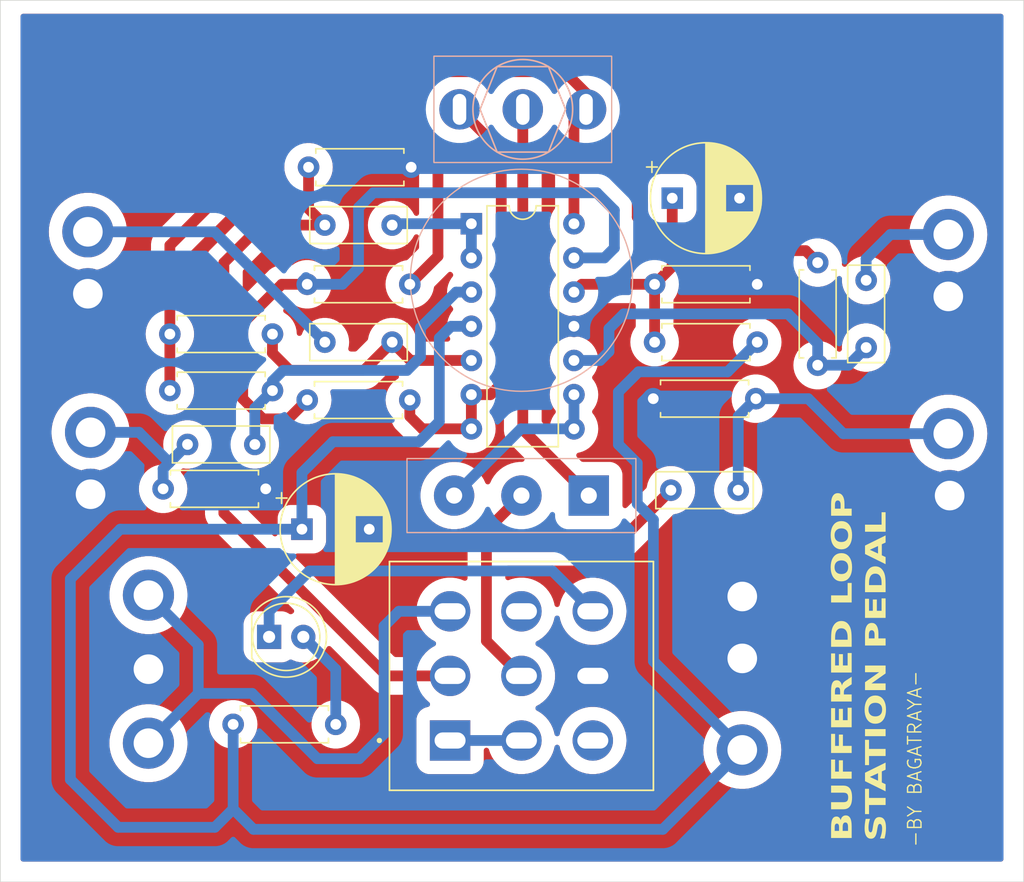
<source format=kicad_pcb>
(kicad_pcb (version 20240108) (generator "pcbnew") (generator_version "8.0")
  (layers (0 "F.Cu" signal) (31 "B.Cu" signal) (34 "B.Paste" user) (35 "F.Paste" user) (36 "B.SilkS" user "B.Silkscreen") (37 "F.SilkS" user "F.Silkscreen") (38 "B.Mask" user) (39 "F.Mask" user) (44 "Edge.Cuts" user))
  (net 0 "")
  (net 1 "GND")
  (net 2 "+9V")
  (net 3 "VR")
  (net 4 "Net-(C3-Pad1)")
  (net 5 "Net-(U1A-+)")
  (net 6 "Net-(C4-Pad2)")
  (net 7 "Net-(U1A--)")
  (net 8 "Net-(C5-Pad1)")
  (net 9 "Net-(U1B-+)")
  (net 10 "Net-(C6-Pad1)")
  (net 11 "Net-(U1C-+)")
  (net 12 "Net-(C7-Pad2)")
  (net 13 "bypass")
  (net 14 "Net-(D1-K)")
  (net 15 "Net-(D1-A)")
  (net 16 "Net-(H7-Pad1)")
  (net 17 "Net-(SW1-C)")
  (net 18 "Net-(U1D--)")
  (net 19 "Net-(SW1-A)")
  (net 20 "Net-(U1C--)")
  (net 21 "Net-(SW1-B)")
  (net 22 "Net-(S1-Pad1)")
  (footprint "MountingHole:MountingHole_2.2mm_M2_DIN965_Pad" (layer "F.Cu") (at 71.4 85.2 90)
    (property "Reference" "H8" (hide yes))
    (property "Value" "Send2")
    (pad "1" thru_hole circle (at 0 0 90) (size 3.8 3.8) (drill 2.2) (layers "*.Cu" "*.Mask") (net 16 "Net-(H7-Pad1)"))
  )
  (footprint "MountingHole:MountingHole_2.2mm_M2_DIN965_Pad" (layer "F.Cu") (at 71.4 74.2 90)
    (property "Reference" "H7" (hide yes))
    (property "Value" "Send1")
    (pad "1" thru_hole circle (at 0 0 90) (size 3.8 3.8) (drill 2.2) (layers "*.Cu" "*.Mask") (net 16 "Net-(H7-Pad1)"))
  )
  (footprint "MountingHole:MountingHole_2.2mm_M2_DIN965_Pad" (layer "F.Cu") (at 115.5 78.9 90)
    (property "Reference" "H2" (hide yes))
    (property "Value" "GND")
    (pad "1" thru_hole circle (at 0 0 90) (size 3.8 3.8) (drill 2.2) (layers "*.Cu" "*.Mask") (net 1 "GND"))
  )
  (footprint "Library:Potentiometer_Alps_RK163_Single_verticalback" (layer "F.Cu") (at 99.1 66.8 -90)
    (property "Reference" "RV1" (hide yes))
    (property "Value" "R_Potentiometer" (hide yes))
    (pad "1" thru_hole rect (at 0 -5 90) (size 3 3) (drill 1.2) (layers "*.Cu" "*.Mask") (net 21 "Net-(SW1-B)"))
    (pad "2" thru_hole circle (at 0 0 90) (size 3 3) (drill 1.2) (layers "*.Cu" "*.Mask") (net 13 "bypass"))
    (pad "3" thru_hole circle (at 0 5 90) (size 3 3) (drill 1.2) (layers "*.Cu" "*.Mask") (net 20 "Net-(U1C--)"))
  )
  (footprint "Resistor_THT:R_Axial_DIN0207_L6.3mm_D2.5mm_P7.62mm_Horizontal" (layer "F.Cu") (at 116.51 59.6 180)
    (property "Reference" "R10" (hide yes))
    (property "Value" "1M")
    (pad "1" thru_hole circle (at 0 0 180) (size 1.6 1.6) (drill 0.8) (layers "*.Cu" "*.Mask") (net 12 "Net-(C7-Pad2)"))
    (pad "2" thru_hole oval (at 7.62 0 180) (size 1.6 1.6) (drill 0.8) (layers "*.Cu" "*.Mask") (net 1 "GND"))
  )
  (footprint "Capacitor_THT:C_Rect_L7.0mm_W2.5mm_P5.00mm" (layer "F.Cu") (at 124.7 50.8 -90)
    (property "Reference" "C6" (hide yes))
    (property "Value" "220nF")
    (pad "1" thru_hole circle (at 0 0 270) (size 1.6 1.6) (drill 0.8) (layers "*.Cu" "*.Mask") (net 10 "Net-(C6-Pad1)"))
    (pad "2" thru_hole circle (at 5 0 270) (size 1.6 1.6) (drill 0.8) (layers "*.Cu" "*.Mask") (net 11 "Net-(U1C-+)"))
  )
  (footprint "Capacitor_THT:CP_Radial_D8.0mm_P5.00mm" (layer "F.Cu") (at 110.3 44.7)
    (property "Reference" "C2" (hide yes))
    (property "Value" "22uF")
    (pad "1" thru_hole rect (at 0 0) (size 1.6 1.6) (drill 0.8) (layers "*.Cu" "*.Mask") (net 3 "VR"))
    (pad "2" thru_hole circle (at 5 0) (size 1.6 1.6) (drill 0.8) (layers "*.Cu" "*.Mask") (net 1 "GND"))
  )
  (footprint "Capacitor_THT:C_Rect_L7.0mm_W2.5mm_P5.00mm" (layer "F.Cu") (at 74.3 63)
    (property "Reference" "C3" (hide yes))
    (property "Value" "220nF")
    (pad "1" thru_hole circle (at 0 0) (size 1.6 1.6) (drill 0.8) (layers "*.Cu" "*.Mask") (net 4 "Net-(C3-Pad1)"))
    (pad "2" thru_hole circle (at 5 0) (size 1.6 1.6) (drill 0.8) (layers "*.Cu" "*.Mask") (net 5 "Net-(U1A-+)"))
  )
  (footprint "Resistor_THT:R_Axial_DIN0207_L6.3mm_D2.5mm_P7.62mm_Horizontal" (layer "F.Cu") (at 83.19 51.1)
    (property "Reference" "R8" (hide yes))
    (property "Value" "220k")
    (pad "1" thru_hole circle (at 0 0) (size 1.6 1.6) (drill 0.8) (layers "*.Cu" "*.Mask") (net 18 "Net-(U1D--)"))
    (pad "2" thru_hole oval (at 7.62 0) (size 1.6 1.6) (drill 0.8) (layers "*.Cu" "*.Mask") (net 19 "Net-(SW1-A)"))
  )
  (footprint "MountingHole:MountingHole_2.2mm_M2_DIN965_Pad" (layer "F.Cu") (at 66.9 51.8 90)
    (property "Reference" "H13" (hide yes))
    (property "Value" "1")
    (pad "1" thru_hole circle (at 0 0 90) (size 3.8 3.8) (drill 2.2) (layers "*.Cu" "*.Mask") (net 1 "GND"))
  )
  (footprint "Resistor_THT:R_Axial_DIN0207_L6.3mm_D2.5mm_P7.62mm_Horizontal" (layer "F.Cu") (at 121.1 57.11 90)
    (property "Reference" "R9" (hide yes))
    (property "Value" "1M")
    (pad "1" thru_hole circle (at 0 0 90) (size 1.6 1.6) (drill 0.8) (layers "*.Cu" "*.Mask") (net 11 "Net-(U1C-+)"))
    (pad "2" thru_hole oval (at 7.62 0 90) (size 1.6 1.6) (drill 0.8) (layers "*.Cu" "*.Mask") (net 3 "VR"))
  )
  (footprint "MountingHole:MountingHole_2.2mm_M2_DIN965_Pad" (layer "F.Cu") (at 71.4 79.7 90)
    (property "Reference" "H10" (hide yes))
    (property "Value" "1")
    (pad "1" thru_hole circle (at 0 0 90) (size 3.8 3.8) (drill 2.2) (layers "*.Cu" "*.Mask") (net 1 "GND"))
  )
  (footprint "MountingHole:MountingHole_2.2mm_M2_DIN965_Pad" (layer "F.Cu") (at 115.5 74.3 90)
    (property "Reference" "H15" (hide yes))
    (property "Value" "1")
    (pad "1" thru_hole circle (at 0 0 90) (size 3.8 3.8) (drill 2.2) (layers "*.Cu" "*.Mask") (net 1 "GND"))
  )
  (footprint "LED_THT:LED_D5.0mm" (layer "F.Cu") (at 80.36 77.3)
    (property "Reference" "D1" (hide yes))
    (property "Value" "LED")
    (pad "1" thru_hole rect (at 0 0) (size 1.8 1.8) (drill 0.9) (layers "*.Cu" "*.Mask") (net 14 "Net-(D1-K)"))
    (pad "2" thru_hole circle (at 2.54 0) (size 1.8 1.8) (drill 0.9) (layers "*.Cu" "*.Mask") (net 15 "Net-(D1-A)"))
  )
  (footprint "Resistor_THT:R_Axial_DIN0207_L6.3mm_D2.5mm_P7.62mm_Horizontal" (layer "F.Cu") (at 85.31 83.8 180)
    (property "Reference" "R11" (hide yes))
    (property "Value" "1k")
    (pad "1" thru_hole circle (at 0 0 180) (size 1.6 1.6) (drill 0.8) (layers "*.Cu" "*.Mask") (net 15 "Net-(D1-A)"))
    (pad "2" thru_hole oval (at 7.62 0 180) (size 1.6 1.6) (drill 0.8) (layers "*.Cu" "*.Mask") (net 2 "+9V"))
  )
  (footprint "MountingHole:MountingHole_2.2mm_M2_DIN965_Pad" (layer "F.Cu") (at 67.1 62.1 90)
    (property "Reference" "H3" (hide yes))
    (property "Value" "In")
    (pad "1" thru_hole circle (at 0 0 90) (size 3.8 3.8) (drill 2.2) (layers "*.Cu" "*.Mask") (net 4 "Net-(C3-Pad1)"))
  )
  (footprint "Resistor_THT:R_Axial_DIN0207_L6.3mm_D2.5mm_P7.62mm_Horizontal" (layer "F.Cu") (at 83.29 42.4)
    (property "Reference" "R5" (hide yes))
    (property "Value" "1M")
    (pad "1" thru_hole circle (at 0 0) (size 1.6 1.6) (drill 0.8) (layers "*.Cu" "*.Mask") (net 6 "Net-(C4-Pad2)"))
    (pad "2" thru_hole oval (at 7.62 0) (size 1.6 1.6) (drill 0.8) (layers "*.Cu" "*.Mask") (net 1 "GND"))
  )
  (footprint "Resistor_THT:R_Axial_DIN0207_L6.3mm_D2.5mm_P7.62mm_Horizontal" (layer "F.Cu") (at 80.61 54.8 180)
    (property "Reference" "R6" (hide yes))
    (property "Value" "1M")
    (pad "1" thru_hole circle (at 0 0 180) (size 1.6 1.6) (drill 0.8) (layers "*.Cu" "*.Mask") (net 9 "Net-(U1B-+)"))
    (pad "2" thru_hole oval (at 7.62 0 180) (size 1.6 1.6) (drill 0.8) (layers "*.Cu" "*.Mask") (net 3 "VR"))
  )
  (footprint "3PDT_footswitch:SW_FS57003PLT2B2M2QE" (layer "F.Cu") (at 99.1 80.2)
    (property "Reference" "S1" (hide yes))
    (property "Value" "A/B" (hide yes))
    (pad "1" thru_hole rect (at -5.3 4.8) (size 3 3) (drill oval 2.3 1.2) (layers "*.Cu" "*.Mask") (net 22 "Net-(S1-Pad1)"))
    (pad "2" thru_hole circle (at -5.3 0) (size 3 3) (drill oval 2.3 1.2) (layers "*.Cu" "*.Mask") (net 6 "Net-(C4-Pad2)"))
    (pad "3" thru_hole circle (at -5.3 -4.8) (size 3 3) (drill oval 2.3 1.2) (layers "*.Cu" "*.Mask") (net 16 "Net-(H7-Pad1)"))
    (pad "4" thru_hole circle (at 0 4.8) (size 3 3) (drill oval 2.3 1.2) (layers "*.Cu" "*.Mask") (net 22 "Net-(S1-Pad1)"))
    (pad "5" thru_hole circle (at 0 0) (size 3 3) (drill oval 2.3 1.2) (layers "*.Cu" "*.Mask") (net 13 "bypass"))
    (pad "6" thru_hole circle (at 0 -4.8) (size 3 3) (drill oval 2.3 1.2) (layers "*.Cu" "*.Mask"))
    (pad "7" thru_hole circle (at 5.3 4.8) (size 3 3) (drill oval 2.3 1.2) (layers "*.Cu" "*.Mask"))
    (pad "8" thru_hole circle (at 5.3 0) (size 3 3) (drill oval 2.3 1.2) (layers "*.Cu" "*.Mask") (net 1 "GND"))
    (pad "9" thru_hole circle (at 5.3 -4.8) (size 3 3) (drill oval 2.3 1.2) (layers "*.Cu" "*.Mask") (net 14 "Net-(D1-K)"))
  )
  (footprint "Capacitor_THT:C_Rect_L7.0mm_W2.5mm_P5.00mm" (layer "F.Cu") (at 89.5 46.7 180)
    (property "Reference" "C4" (hide yes))
    (property "Value" "1uF")
    (pad "1" thru_hole circle (at 0 0 180) (size 1.6 1.6) (drill 0.8) (layers "*.Cu" "*.Mask") (net 7 "Net-(U1A--)"))
    (pad "2" thru_hole circle (at 5 0 180) (size 1.6 1.6) (drill 0.8) (layers "*.Cu" "*.Mask") (net 6 "Net-(C4-Pad2)"))
  )
  (footprint "Resistor_THT:R_Axial_DIN0207_L6.3mm_D2.5mm_P7.62mm_Horizontal" (layer "F.Cu") (at 90.81 59.7 180)
    (property "Reference" "R7" (hide yes))
    (property "Value" "220k")
    (pad "1" thru_hole circle (at 0 0 180) (size 1.6 1.6) (drill 0.8) (layers "*.Cu" "*.Mask") (net 17 "Net-(SW1-C)"))
    (pad "2" thru_hole oval (at 7.62 0 180) (size 1.6 1.6) (drill 0.8) (layers "*.Cu" "*.Mask") (net 18 "Net-(U1D--)"))
  )
  (footprint "MountingHole:MountingHole_2.2mm_M2_DIN965_Pad" (layer "F.Cu") (at 67.1 66.7 90)
    (property "Reference" "H9" (hide yes))
    (property "Value" "1")
    (pad "1" thru_hole circle (at 0 0 90) (size 3.8 3.8) (drill 2.2) (layers "*.Cu" "*.Mask") (net 1 "GND"))
  )
  (footprint "MountingHole:MountingHole_2.2mm_M2_DIN965_Pad" (layer "F.Cu") (at 115.5 85.7 90)
    (property "Reference" "H1" (hide yes))
    (property "Value" "+9v")
    (pad "1" thru_hole circle (at 0 0 90) (size 3.8 3.8) (drill 2.2) (layers "*.Cu" "*.Mask") (net 2 "+9V"))
  )
  (footprint "MountingHole:MountingHole_2.2mm_M2_DIN965_Pad" (layer "F.Cu") (at 130.8 52 -90)
    (property "Reference" "H11" (hide yes))
    (property "Value" "1")
    (pad "1" thru_hole circle (at 0 0 270) (size 3.8 3.8) (drill 2.2) (layers "*.Cu" "*.Mask") (net 1 "GND"))
  )
  (footprint "Capacitor_THT:CP_Radial_D8.0mm_P5.00mm" (layer "F.Cu") (at 82.797349 69.3)
    (property "Reference" "C1" (hide yes))
    (property "Value" "47uF")
    (pad "1" thru_hole rect (at 0 0) (size 1.6 1.6) (drill 0.8) (layers "*.Cu" "*.Mask") (net 2 "+9V"))
    (pad "2" thru_hole circle (at 5 0) (size 1.6 1.6) (drill 0.8) (layers "*.Cu" "*.Mask") (net 1 "GND"))
  )
  (footprint "MountingHole:MountingHole_2.2mm_M2_DIN965_Pad" (layer "F.Cu") (at 66.9 47.2 90)
    (property "Reference" "H4" (hide yes))
    (property "Value" "Return1")
    (pad "1" thru_hole circle (at 0 0 90) (size 3.8 3.8) (drill 2.2) (layers "*.Cu" "*.Mask") (net 8 "Net-(C5-Pad1)"))
  )
  (footprint "MountingHole:MountingHole_2.2mm_M2_DIN965_Pad" (layer "F.Cu") (at 130.9 66.8 -90)
    (property "Reference" "H14" (hide yes))
    (property "Value" "1")
    (pad "1" thru_hole circle (at 0 0 270) (size 3.8 3.8) (drill 2.2) (layers "*.Cu" "*.Mask") (net 1 "GND"))
  )
  (footprint "Resistor_THT:R_Axial_DIN0207_L6.3mm_D2.5mm_P7.62mm_Horizontal" (layer "F.Cu") (at 72.49 66.3)
    (property "Reference" "R3" (hide yes))
    (property "Value" "1M")
    (pad "1" thru_hole circle (at 0 0) (size 1.6 1.6) (drill 0.8) (layers "*.Cu" "*.Mask") (net 4 "Net-(C3-Pad1)"))
    (pad "2" thru_hole oval (at 7.62 0) (size 1.6 1.6) (drill 0.8) (layers "*.Cu" "*.Mask") (net 1 "GND"))
  )
  (footprint "Resistor_THT:R_Axial_DIN0207_L6.3mm_D2.5mm_P7.62mm_Horizontal" (layer "F.Cu") (at 108.99 51.1)
    (property "Reference" "R2" (hide yes))
    (property "Value" "33k")
    (pad "1" thru_hole circle (at 0 0) (size 1.6 1.6) (drill 0.8) (layers "*.Cu" "*.Mask") (net 3 "VR"))
    (pad "2" thru_hole oval (at 7.62 0) (size 1.6 1.6) (drill 0.8) (layers "*.Cu" "*.Mask") (net 1 "GND"))
  )
  (footprint "Resistor_THT:R_Axial_DIN0207_L6.3mm_D2.5mm_P7.62mm_Horizontal" (layer "F.Cu") (at 116.61 55.4 180)
    (property "Reference" "R1" (hide yes))
    (property "Value" "33k")
    (pad "1" thru_hole circle (at 0 0 180) (size 1.6 1.6) (drill 0.8) (layers "*.Cu" "*.Mask") (net 2 "+9V"))
    (pad "2" thru_hole oval (at 7.62 0 180) (size 1.6 1.6) (drill 0.8) (layers "*.Cu" "*.Mask") (net 3 "VR"))
  )
  (footprint "Package_DIP:DIP-14_W7.62mm" (layer "F.Cu") (at 95.38 46.6)
    (property "Reference" "U1" (hide yes))
    (property "Value" "TL074")
    (pad "1" thru_hole rect (at 0 0) (size 1.6 1.6) (drill 0.8) (layers "*.Cu" "*.Mask") (net 7 "Net-(U1A--)"))
    (pad "2" thru_hole oval (at 0 2.54) (size 1.6 1.6) (drill 0.8) (layers "*.Cu" "*.Mask") (net 7 "Net-(U1A--)"))
    (pad "3" thru_hole oval (at 0 5.08) (size 1.6 1.6) (drill 0.8) (layers "*.Cu" "*.Mask") (net 5 "Net-(U1A-+)"))
    (pad "4" thru_hole oval (at 0 7.62) (size 1.6 1.6) (drill 0.8) (layers "*.Cu" "*.Mask") (net 2 "+9V"))
    (pad "5" thru_hole oval (at 0 10.16) (size 1.6 1.6) (drill 0.8) (layers "*.Cu" "*.Mask") (net 9 "Net-(U1B-+)"))
    (pad "6" thru_hole oval (at 0 12.7) (size 1.6 1.6) (drill 0.8) (layers "*.Cu" "*.Mask") (net 17 "Net-(SW1-C)"))
    (pad "7" thru_hole oval (at 0 15.24) (size 1.6 1.6) (drill 0.8) (layers "*.Cu" "*.Mask") (net 17 "Net-(SW1-C)"))
    (pad "8" thru_hole oval (at 7.62 15.24) (size 1.6 1.6) (drill 0.8) (layers "*.Cu" "*.Mask") (net 20 "Net-(U1C--)"))
    (pad "9" thru_hole oval (at 7.62 12.7) (size 1.6 1.6) (drill 0.8) (layers "*.Cu" "*.Mask") (net 20 "Net-(U1C--)"))
    (pad "10" thru_hole oval (at 7.62 10.16) (size 1.6 1.6) (drill 0.8) (layers "*.Cu" "*.Mask") (net 11 "Net-(U1C-+)"))
    (pad "11" thru_hole oval (at 7.62 7.62) (size 1.6 1.6) (drill 0.8) (layers "*.Cu" "*.Mask") (net 1 "GND"))
    (pad "12" thru_hole oval (at 7.62 5.08) (size 1.6 1.6) (drill 0.8) (layers "*.Cu" "*.Mask") (net 3 "VR"))
    (pad "13" thru_hole oval (at 7.62 2.54) (size 1.6 1.6) (drill 0.8) (layers "*.Cu" "*.Mask") (net 18 "Net-(U1D--)"))
    (pad "14" thru_hole oval (at 7.62 0) (size 1.6 1.6) (drill 0.8) (layers "*.Cu" "*.Mask") (net 19 "Net-(SW1-A)"))
  )
  (footprint "MountingHole:MountingHole_2.2mm_M2_DIN965_Pad" (layer "F.Cu") (at 130.8 62.2 -90)
    (property "Reference" "H6" (hide yes))
    (property "Value" "Out")
    (pad "1" thru_hole circle (at 0 0 270) (size 3.8 3.8) (drill 2.2) (layers "*.Cu" "*.Mask") (net 12 "Net-(C7-Pad2)"))
  )
  (footprint "Capacitor_THT:C_Rect_L7.0mm_W2.5mm_P5.00mm" (layer "F.Cu") (at 110.2 66.4)
    (property "Reference" "C7" (hide yes))
    (property "Value" "220nF")
    (pad "1" thru_hole circle (at 0 0) (size 1.6 1.6) (drill 0.8) (layers "*.Cu" "*.Mask") (net 13 "bypass"))
    (pad "2" thru_hole circle (at 5 0) (size 1.6 1.6) (drill 0.8) (layers "*.Cu" "*.Mask") (net 12 "Net-(C7-Pad2)"))
  )
  (footprint "Capacitor_THT:C_Rect_L7.0mm_W2.5mm_P5.00mm" (layer "F.Cu") (at 84.5 55.4)
    (property "Reference" "C5" (hide yes))
    (property "Value" "220nF")
    (pad "1" thru_hole circle (at 0 0) (size 1.6 1.6) (drill 0.8) (layers "*.Cu" "*.Mask") (net 8 "Net-(C5-Pad1)"))
    (pad "2" thru_hole circle (at 5 0) (size 1.6 1.6) (drill 0.8) (layers "*.Cu" "*.Mask") (net 9 "Net-(U1B-+)"))
  )
  (footprint "MountingHole:MountingHole_2.2mm_M2_DIN965_Pad" (layer "F.Cu") (at 130.8 47.4 -90)
    (property "Reference" "H5" (hide yes))
    (property "Value" "Return2")
    (pad "1" thru_hole circle (at 0 0 270) (size 3.8 3.8) (drill 2.2) (layers "*.Cu" "*.Mask") (net 10 "Net-(C6-Pad1)"))
  )
  (footprint "Resistor_THT:R_Axial_DIN0207_L6.3mm_D2.5mm_P7.62mm_Horizontal" (layer "F.Cu") (at 80.61 59 180)
    (property "Reference" "R4" (hide yes))
    (property "Value" "1M")
    (pad "1" thru_hole circle (at 0 0 180) (size 1.6 1.6) (drill 0.8) (layers "*.Cu" "*.Mask") (net 5 "Net-(U1A-+)"))
    (pad "2" thru_hole oval (at 7.62 0 180) (size 1.6 1.6) (drill 0.8) (layers "*.Cu" "*.Mask") (net 3 "VR"))
  )
  (footprint "SPDT_3pin:SPDT" (layer "B.Cu") (at 99.2 38.1)
    (property "Reference" "SW1" (hide yes))
    (property "Value" "SW_SPDT")
    (pad "1" thru_hole oval (at -4.7 0) (size 3 3) (drill oval 1 2.3) (layers "*.Cu") (net 19 "Net-(SW1-A)"))
    (pad "2" thru_hole oval (at 0 0) (size 3 3) (drill oval 1 2.3) (layers "*.Cu") (net 21 "Net-(SW1-B)"))
    (pad "3" thru_hole oval (at 4.7 0) (size 3 3) (drill oval 1 2.3) (layers "*.Cu") (net 17 "Net-(SW1-C)"))
  )
  (gr_rect (start 60.4 30) (end 136.4 95.5) (stroke (width 0.05)) (fill none) (layer "Edge.Cuts"))
  (gr_text "BUFFERED LOOP\nSTATION PEDAL" (at 126.4 92.5 90) (layer "F.SilkS") (effects (font (size 1.5 2) (thickness 0.2) (bold yes)) (justify left bottom)))
  (gr_text "-BY BAGATRAYA-" (at 128.9 93 90) (layer "F.SilkS") (effects (font (size 1 1) (thickness 0.1)) (justify left bottom)))
  (segment (start 65.6 87.9) (end 65.6 73) (width 0.8) (layer "B.Cu") (net 2))
  (segment (start 82.797349 69.3) (end 82.797349 65.102651) (width 0.8) (layer "B.Cu") (net 2))
  (segment (start 106.3 59.1) (end 107.8 57.6) (width 0.8) (layer "B.Cu") (net 2))
  (segment (start 106.3 63) (end 106.3 59.1) (width 0.8) (layer "B.Cu") (net 2))
  (segment (start 79.2 91.6) (end 109.6 91.6) (width 0.8) (layer "B.Cu") (net 2))
  (segment (start 107.8 57.6) (end 114.41 57.6) (width 0.8) (layer "B.Cu") (net 2))
  (segment (start 93 55.1) (end 93.88 54.22) (width 0.8) (layer "B.Cu") (net 2))
  (segment (start 114.41 57.6) (end 116.61 55.4) (width 0.8) (layer "B.Cu") (net 2))
  (segment (start 85.1 62.8) (end 91.5 62.8) (width 0.8) (layer "B.Cu") (net 2))
  (segment (start 107.7 67.4) (end 107.7 64.4) (width 0.8) (layer "B.Cu") (net 2))
  (segment (start 77.69 90.09) (end 77.69 83.8) (width 0.8) (layer "B.Cu") (net 2))
  (segment (start 77.69 90.09) (end 79.2 91.6) (width 0.8) (layer "B.Cu") (net 2))
  (segment (start 69.15 91.45) (end 65.6 87.9) (width 0.8) (layer "B.Cu") (net 2))
  (segment (start 108.9 68.6) (end 107.7 67.4) (width 0.8) (layer "B.Cu") (net 2))
  (segment (start 82.797349 65.102651) (end 85.1 62.8) (width 0.8) (layer "B.Cu") (net 2))
  (segment (start 93 61.3) (end 93 55.1) (width 0.8) (layer "B.Cu") (net 2))
  (segment (start 93.88 54.22) (end 95.38 54.22) (width 0.8) (layer "B.Cu") (net 2))
  (segment (start 69.3 69.3) (end 82.797349 69.3) (width 0.8) (layer "B.Cu") (net 2))
  (segment (start 77.69 90.09) (end 76.33 91.45) (width 0.8) (layer "B.Cu") (net 2))
  (segment (start 108.9 79.1) (end 108.9 68.6) (width 0.8) (layer "B.Cu") (net 2))
  (segment (start 65.6 73) (end 69.3 69.3) (width 0.8) (layer "B.Cu") (net 2))
  (segment (start 76.33 91.45) (end 69.15 91.45) (width 0.8) (layer "B.Cu") (net 2))
  (segment (start 115.5 85.7) (end 108.9 79.1) (width 0.8) (layer "B.Cu") (net 2))
  (segment (start 91.5 62.8) (end 93 61.3) (width 0.8) (layer "B.Cu") (net 2))
  (segment (start 107.7 64.4) (end 106.3 63) (width 0.8) (layer "B.Cu") (net 2))
  (segment (start 109.6 91.6) (end 115.5 85.7) (width 0.8) (layer "B.Cu") (net 2))
  (segment (start 72.99 48.21) (end 87.6 33.6) (width 0.8) (layer "F.Cu") (net 3))
  (segment (start 110.4 48.6) (end 120.21 48.6) (width 0.8) (layer "F.Cu") (net 3))
  (segment (start 120.21 48.6) (end 121.1 49.49) (width 0.8) (layer "F.Cu") (net 3))
  (segment (start 72.99 54.8) (end 72.99 48.21) (width 0.8) (layer "F.Cu") (net 3))
  (segment (start 110.3 49.79) (end 108.99 51.1) (width 0.8) (layer "F.Cu") (net 3))
  (segment (start 108.99 51.1) (end 103.58 51.1) (width 0.8) (layer "F.Cu") (net 3))
  (segment (start 103.58 51.1) (end 103 51.68) (width 0.8) (layer "F.Cu") (net 3))
  (segment (start 72.99 54.8) (end 72.99 59) (width 0.8) (layer "F.Cu") (net 3))
  (segment (start 103.9 33.6) (end 107.7 37.4) (width 0.8) (layer "F.Cu") (net 3))
  (segment (start 107.7 37.4) (end 107.7 46.1) (width 0.8) (layer "F.Cu") (net 3))
  (segment (start 107.7 46.1) (end 110.3 48.7) (width 0.8) (layer "F.Cu") (net 3))
  (segment (start 87.6 33.6) (end 103.9 33.6) (width 0.8) (layer "F.Cu") (net 3))
  (segment (start 110.3 44.7) (end 110.3 48.7) (width 0.8) (layer "F.Cu") (net 3))
  (segment (start 110.3 48.7) (end 110.3 49.79) (width 0.8) (layer "F.Cu") (net 3))
  (segment (start 110.3 48.7) (end 110.4 48.6) (width 0.8) (layer "F.Cu") (net 3))
  (segment (start 108.99 55.4) (end 108.99 51.1) (width 0.8) (layer "F.Cu") (net 3))
  (segment (start 70.7 62.1) (end 72.95 64.35) (width 0.8) (layer "B.Cu") (net 4))
  (segment (start 72.49 66.3) (end 72.49 64.81) (width 0.8) (layer "B.Cu") (net 4))
  (segment (start 72.95 64.35) (end 74.3 63) (width 0.8) (layer "B.Cu") (net 4))
  (segment (start 72.49 64.81) (end 72.95 64.35) (width 0.8) (layer "B.Cu") (net 4))
  (segment (start 67.1 62.1) (end 70.7 62.1) (width 0.8) (layer "B.Cu") (net 4))
  (segment (start 91.6 54.32863) (end 91.6 56.5) (width 0.8) (layer "B.Cu") (net 5))
  (segment (start 90.6 57.5) (end 81.4 57.5) (width 0.8) (layer "B.Cu") (net 5))
  (segment (start 79.3 63) (end 79.3 60.31) (width 0.8) (layer "B.Cu") (net 5))
  (segment (start 94.24863 51.68) (end 91.6 54.32863) (width 0.8) (layer "B.Cu") (net 5))
  (segment (start 81.4 57.5) (end 80.61 58.29) (width 0.8) (layer "B.Cu") (net 5))
  (segment (start 79.3 60.31) (end 80.61 59) (width 0.8) (layer "B.Cu") (net 5))
  (segment (start 91.6 56.5) (end 90.6 57.5) (width 0.8) (layer "B.Cu") (net 5))
  (segment (start 80.61 58.29) (end 80.61 59) (width 0.8) (layer "B.Cu") (net 5))
  (segment (start 95.38 51.68) (end 94.24863 51.68) (width 0.8) (layer "B.Cu") (net 5))
  (segment (start 89.1 80.2) (end 77 68.1) (width 0.8) (layer "F.Cu") (net 6))
  (segment (start 79.8 46.7) (end 84.5 46.7) (width 0.8) (layer "F.Cu") (net 6))
  (segment (start 93.8 80.2) (end 89.1 80.2) (width 0.8) (layer "F.Cu") (net 6))
  (segment (start 83.29 45.49) (end 84.5 46.7) (width 0.8) (layer "F.Cu") (net 6))
  (segment (start 77 49.5) (end 79.8 46.7) (width 0.8) (layer "F.Cu") (net 6))
  (segment (start 83.29 42.4) (end 83.29 45.49) (width 0.8) (layer "F.Cu") (net 6))
  (segment (start 77 68.1) (end 77 49.5) (width 0.8) (layer "F.Cu") (net 6))
  (segment (start 95.38 49.14) (end 95.38 46.6) (width 0.8) (layer "B.Cu") (net 7))
  (segment (start 89.6 46.6) (end 89.5 46.7) (width 0.8) (layer "B.Cu") (net 7))
  (segment (start 95.38 46.6) (end 89.6 46.6) (width 0.8) (layer "B.Cu") (net 7))
  (segment (start 66.9 47.2) (end 76.3 47.2) (width 0.8) (layer "B.Cu") (net 8))
  (segment (start 76.3 47.2) (end 84.5 55.4) (width 0.8) (layer "B.Cu") (net 8))
  (segment (start 95.38 56.76) (end 90.86 56.76) (width 0.8) (layer "F.Cu") (net 9))
  (segment (start 89.5 55.4) (end 87.4 57.5) (width 0.8) (layer "F.Cu") (net 9))
  (segment (start 87.4 57.5) (end 81.9 57.5) (width 0.8) (layer "F.Cu") (net 9))
  (segment (start 81.9 57.5) (end 80.6 56.2) (width 0.8) (layer "F.Cu") (net 9))
  (segment (start 90.86 56.76) (end 89.5 55.4) (width 0.8) (layer "F.Cu") (net 9))
  (segment (start 80.6 56.2) (end 80.61 56.19) (width 0.8) (layer "F.Cu") (net 9))
  (segment (start 80.61 56.19) (end 80.61 54.8) (width 0.8) (layer "F.Cu") (net 9))
  (segment (start 126.5 47.4) (end 130.8 47.4) (width 0.8) (layer "B.Cu") (net 10))
  (segment (start 124.7 49.2) (end 126.5 47.4) (width 0.8) (layer "B.Cu") (net 10))
  (segment (start 124.7 50.8) (end 124.7 49.2) (width 0.8) (layer "B.Cu") (net 10))
  (segment (start 123.39 57.11) (end 124.7 55.8) (width 0.8) (layer "B.Cu") (net 11))
  (segment (start 118.9 53.3) (end 106.7 53.3) (width 0.8) (layer "B.Cu") (net 11))
  (segment (start 106.7 53.3) (end 105.6 54.4) (width 0.8) (layer "B.Cu") (net 11))
  (segment (start 121.1 55.5) (end 118.9 53.3) (width 0.8) (layer "B.Cu") (net 11))
  (segment (start 121.1 57.11) (end 121.1 55.5) (width 0.8) (layer "B.Cu") (net 11))
  (segment (start 104.94 56.76) (end 103 56.76) (width 0.8) (layer "B.Cu") (net 11))
  (segment (start 105.6 54.4) (end 105.6 56.1) (width 0.8) (layer "B.Cu") (net 11))
  (segment (start 105.6 56.1) (end 104.94 56.76) (width 0.8) (layer "B.Cu") (net 11))
  (segment (start 121.1 57.11) (end 123.39 57.11) (width 0.8) (layer "B.Cu") (net 11))
  (segment (start 123 62.2) (end 130.8 62.2) (width 0.8) (layer "B.Cu") (net 12))
  (segment (start 116.51 59.6) (end 120.4 59.6) (width 0.8) (layer "B.Cu") (net 12))
  (segment (start 120.4 59.6) (end 123 62.2) (width 0.8) (layer "B.Cu") (net 12))
  (segment (start 115.2 66.4) (end 115.2 60.91) (width 0.8) (layer "B.Cu") (net 12))
  (segment (start 115.2 60.91) (end 116.51 59.6) (width 0.8) (layer "B.Cu") (net 12))
  (segment (start 96.5 69.4) (end 99.1 66.8) (width 0.8) (layer "F.Cu") (net 13))
  (segment (start 96.5 77.6) (end 96.5 70.6) (width 0.8) (layer "F.Cu") (net 13))
  (segment (start 96.5 70.6) (end 96.5 69.4) (width 0.8) (layer "F.Cu") (net 13))
  (segment (start 110.2 66.4) (end 106 70.6) (width 0.8) (layer "F.Cu") (net 13))
  (segment (start 106 70.6) (end 96.5 70.6) (width 0.8) (layer "F.Cu") (net 13))
  (segment (start 99.1 80.2) (end 96.5 77.6) (width 0.8) (layer "F.Cu") (net 13))
  (segment (start 80.36 77.3) (end 80.36 75.4) (width 0.8) (layer "B.Cu") (net 14))
  (segment (start 80.36 75.4) (end 83.36 72.4) (width 0.8) (layer "B.Cu") (net 14))
  (segment (start 83.36 72.4) (end 101.4 72.4) (width 0.8) (layer "B.Cu") (net 14))
  (segment (start 101.4 72.4) (end 104.4 75.4) (width 0.8) (layer "B.Cu") (net 14))
  (segment (start 85.31 83.8) (end 85.31 79.71) (width 0.8) (layer "B.Cu") (net 15))
  (segment (start 85.31 79.71) (end 82.9 77.3) (width 0.8) (layer "B.Cu") (net 15))
  (segment (start 79.1 81.5) (end 83.95 86.35) (width 0.8) (layer "B.Cu") (net 16))
  (segment (start 90 75.4) (end 93.8 75.4) (width 0.8) (layer "B.Cu") (net 16))
  (segment (start 71.4 74.2) (end 75.1 77.9) (width 0.8) (layer "B.Cu") (net 16))
  (segment (start 75.1 81.5) (end 79.1 81.5) (width 0.8) (layer "B.Cu") (net 16))
  (segment (start 88.9 84.5) (end 88.9 76.5) (width 0.8) (layer "B.Cu") (net 16))
  (segment (start 83.95 86.35) (end 87.05 86.35) (width 0.8) (layer "B.Cu") (net 16))
  (segment (start 75.1 77.9) (end 75.1 81.5) (width 0.8) (layer "B.Cu") (net 16))
  (segment (start 88.9 76.5) (end 90 75.4) (width 0.8) (layer "B.Cu") (net 16))
  (segment (start 87.05 86.35) (end 88.9 84.5) (width 0.8) (layer "B.Cu") (net 16))
  (segment (start 75.1 81.5) (end 71.4 85.2) (width 0.8) (layer "B.Cu") (net 16))
  (segment (start 91.74 61.84) (end 90.81 60.91) (width 0.8) (layer "F.Cu") (net 17))
  (segment (start 97.6 41.2) (end 97.6 58.5) (width 0.8) (layer "F.Cu") (net 17))
  (segment (start 97.6 58.5) (end 96.8 59.3) (width 0.8) (layer "F.Cu") (net 17))
  (segment (start 90.81 60.91) (end 90.81 59.7) (width 0.8) (layer "F.Cu") (net 17))
  (segment (start 95.38 61.84) (end 95.38 59.3) (width 0.8) (layer "F.Cu") (net 17))
  (segment (start 96.8 59.3) (end 95.38 59.3) (width 0.8) (layer "F.Cu") (net 17))
  (segment (start 94.5 38.1) (end 97.6 41.2) (width 0.8) (layer "F.Cu") (net 17))
  (segment (start 95.38 61.84) (end 91.74 61.84) (width 0.8) (layer "F.Cu") (net 17))
  (segment (start 83.19 51.1) (end 81.3 51.1) (width 0.8) (layer "F.Cu") (net 18))
  (segment (start 81.79 61.1) (end 83.19 59.7) (width 0.8) (layer "F.Cu") (net 18))
  (segment (start 79.9 61.1) (end 81.79 61.1) (width 0.8) (layer "F.Cu") (net 18))
  (segment (start 81.3 51.1) (end 78.4 54) (width 0.8) (layer "F.Cu") (net 18))
  (segment (start 78.4 54) (end 78.4 59.6) (width 0.8) (layer "F.Cu") (net 18))
  (segment (start 78.4 59.6) (end 79.9 61.1) (width 0.8) (layer "F.Cu") (net 18))
  (segment (start 87 45.4) (end 87 49.9) (width 0.8) (layer "B.Cu") (net 18))
  (segment (start 103 49.14) (end 105.26 49.14) (width 0.8) (layer "B.Cu") (net 18))
  (segment (start 87 49.9) (end 85.8 51.1) (width 0.8) (layer "B.Cu") (net 18))
  (segment (start 104.7 44.3) (end 88.1 44.3) (width 0.8) (layer "B.Cu") (net 18))
  (segment (start 105.26 49.14) (end 106 48.4) (width 0.8) (layer "B.Cu") (net 18))
  (segment (start 106 48.4) (end 106 45.6) (width 0.8) (layer "B.Cu") (net 18))
  (segment (start 83.19 50.69) (end 83.1 50.6) (width 0.8) (layer "B.Cu") (net 18))
  (segment (start 83.19 51.1) (end 83.19 50.69) (width 0.8) (layer "B.Cu") (net 18))
  (segment (start 88.1 44.3) (end 87 45.4) (width 0.8) (layer "B.Cu") (net 18))
  (segment (start 106 45.6) (end 104.7 44.3) (width 0.8) (layer "B.Cu") (net 18))
  (segment (start 85.8 51.1) (end 83.19 51.1) (width 0.8) (layer "B.Cu") (net 18))
  (segment (start 91.4 39.5) (end 91.4 36.6) (width 0.8) (layer "F.Cu") (net 19))
  (segment (start 90.81 51.1) (end 92.9 49.01) (width 0.8) (layer "F.Cu") (net 19))
  (segment (start 92.9 49.01) (end 92.9 41) (width 0.8) (layer "F.Cu") (net 19))
  (segment (start 103 46.6) (end 103 39) (width 0.8) (layer "F.Cu") (net 19))
  (segment (start 91.4 36.6) (end 92.7 35.3) (width 0.8) (layer "F.Cu") (net 19))
  (segment (start 103.9 36.9) (end 103.9 38.1) (width 0.8) (layer "F.Cu") (net 19))
  (segment (start 103 39) (end 103.9 38.1) (width 0.8) (layer "F.Cu") (net 19))
  (segment (start 102.3 35.3) (end 103.9 36.9) (width 0.8) (layer "F.Cu") (net 19))
  (segment (start 92.7 35.3) (end 102.3 35.3) (width 0.8) (layer "F.Cu") (net 19))
  (segment (start 92.9 41) (end 91.4 39.5) (width 0.8) (layer "F.Cu") (net 19))
  (segment (start 103 61.84) (end 103 59.3) (width 0.8) (layer "B.Cu") (net 20))
  (segment (start 94.1 66.8) (end 99.06 61.84) (width 0.8) (layer "B.Cu") (net 20))
  (segment (start 99.06 61.84) (end 103 61.84) (width 0.8) (layer "B.Cu") (net 20))
  (segment (start 104.1 66.8) (end 99.2 61.9) (width 0.8) (layer "F.Cu") (net 21))
  (segment (start 99.2 61.9) (end 99.2 38.1) (width 0.8) (layer "F.Cu") (net 21))
  (segment (start 93.8 85) (end 99.1 85) (width 0.8) (layer "B.Cu") (net 22))
  (zone (net 1) (net_name "GND") (layers "F&B.Cu") (connect_pads yes (clearance 1)) (min_thickness 0.4) (fill yes (thermal_gap 0) (thermal_bridge_width 1))
    (polygon (pts (xy 61.9 31) (xy 61.9 94) (xy 134.9 94) (xy 134.9 31)))
  )
)
</source>
